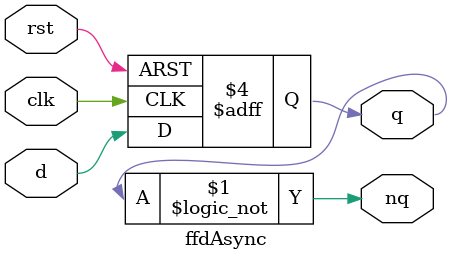
<source format=v>
module ffdAsync (q, nq, d, clk, rst);
// Input list
input wire d, clk, rst;
// Output list
output reg q;
output wire nq;
// Building the inverter output
assign nq = !q;
// Generating the flip-flop
always @(negedge clk, posedge rst) // rising edge and
begin                                // asynchronous rst
	if (rst==1) 
		begin
			q <= 0; 
		end                
	else 
		begin
			q <= d; 
 		end
end
endmodule

</source>
